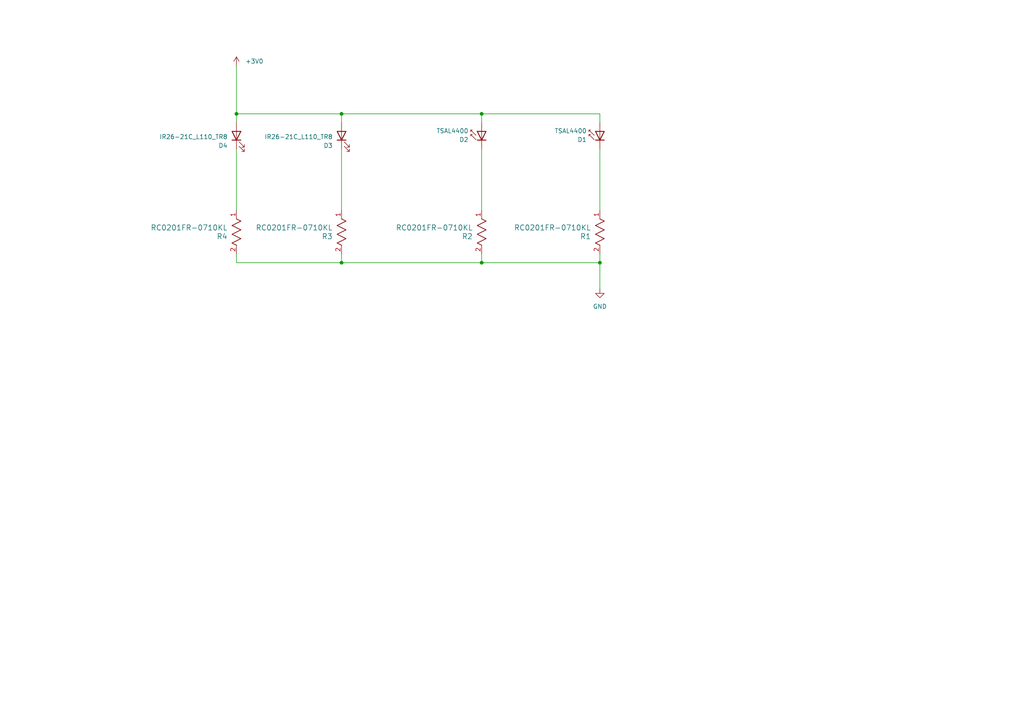
<source format=kicad_sch>
(kicad_sch (version 20230121) (generator eeschema)
  (paper "A4")
  (lib_symbols
    (symbol "2024-11-15_04-36-21:RC0201FR-0710KL" (pin_names (offset 0.254))
      (property "Reference" "R" (at 5.715 3.81 0))
      (property "Value" "RC0201FR-0710KL" (at 6.35 -3.81 0))
      (symbol "RC0201FR-0710KL_1_1"
        (polyline (pts (xy 2.54 0) (xy 3.175 1.27)) (stroke (width 0.2032)))
        (polyline (pts (xy 3.175 1.27) (xy 4.445 -1.27)) (stroke (width 0.2032)))
        (polyline (pts (xy 4.445 -1.27) (xy 5.715 1.27)) (stroke (width 0.2032)))
        (polyline (pts (xy 5.715 1.27) (xy 6.985 -1.27)) (stroke (width 0.2032)))
        (polyline (pts (xy 6.985 -1.27) (xy 8.255 1.27)) (stroke (width 0.2032)))
        (polyline (pts (xy 8.255 1.27) (xy 9.525 -1.27)) (stroke (width 0.2032)))
        (polyline (pts (xy 9.525 -1.27) (xy 10.16 0)) (stroke (width 0.2032)))
        (pin unspecified line (at 0 0 0) (length 2.54) (name "") (number "1"))
        (pin unspecified line (at 12.7 0 180) (length 2.54) (name "") (number "2"))
      )
    )
    (symbol "LED:IR26-21C_L110_TR8" (pin_numbers hide) (pin_names (offset 1.016) hide)
      (property "Reference" "D" (at 0 2.54 0))
      (property "Value" "IR26-21C_L110_TR8" (at 0 -3.81 0))
      (symbol "IR26-21C_L110_TR8_0_1"
        (polyline (pts (xy -1.27 -1.27) (xy -1.27 1.27)) (stroke (width 0.254)))
        (polyline (pts (xy -1.27 0) (xy 1.27 0)))
        (polyline (pts (xy 1.27 -1.27) (xy 1.27 1.27) (xy -1.27 0) (xy 1.27 -1.27)) (stroke (width 0.254)))
        (polyline (pts (xy -3.048 -0.762) (xy -4.572 -2.286) (xy -3.81 -2.286) (xy -4.572 -2.286) (xy -4.572 -1.524)))
        (polyline (pts (xy -1.778 -0.762) (xy -3.302 -2.286) (xy -2.54 -2.286) (xy -3.302 -2.286) (xy -3.302 -1.524)))
      )
      (symbol "IR26-21C_L110_TR8_1_1"
        (pin passive line (at -3.81 0 0) (length 2.54) (name "K") (number "1"))
        (pin passive line (at 3.81 0 180) (length 2.54) (name "A") (number "2"))
      )
    )
    (symbol "LED:TSAL4400" (pin_numbers hide) (pin_names (offset 1.016) hide)
      (property "Reference" "D" (at 0.508 1.778 0))
      (property "Value" "TSAL4400" (at -1.016 -2.794 0))
      (symbol "TSAL4400_0_1"
        (polyline (pts (xy -2.54 1.27) (xy -2.54 -1.27)) (stroke (width 0.254)))
        (polyline (pts (xy 0 0) (xy -2.54 0)))
        (polyline (pts (xy 0.381 3.175) (xy -0.127 3.175)))
        (polyline (pts (xy -1.143 1.651) (xy 0.381 3.175) (xy 0.381 2.667)))
        (polyline (pts (xy 0 1.27) (xy -2.54 0) (xy 0 -1.27) (xy 0 1.27)) (stroke (width 0.254)))
        (polyline (pts (xy -2.413 1.651) (xy -0.889 3.175) (xy -0.889 2.667) (xy -0.889 3.175) (xy -1.397 3.175)))
      )
      (symbol "TSAL4400_1_1"
        (pin passive line (at -5.08 0 0) (length 2.54) (name "K") (number "1"))
        (pin passive line (at 2.54 0 180) (length 2.54) (name "A") (number "2"))
      )
    )
    (symbol "power:+3V0" (power) (pin_names (offset 0))
      (property "Value" "+3V0" (at 0 3.556 0))
      (symbol "+3V0_0_1"
        (polyline (pts (xy -0.762 1.27) (xy 0 2.54)))
        (polyline (pts (xy 0 0) (xy 0 2.54)))
        (polyline (pts (xy 0 2.54) (xy 0.762 1.27)))
      )
      (symbol "+3V0_1_1"
        (pin power_in line (at 0 0 90) (length 0) hide (name "+3V0") (number "1"))
      )
    )
    (symbol "power:GND" (power) (pin_names (offset 0))
      (property "Value" "GND" (at 0 -3.81 0))
      (symbol "GND_0_1"
        (polyline (pts (xy 0 0) (xy 0 -1.27) (xy 1.27 -1.27) (xy 0 -2.54) (xy -1.27 -1.27) (xy 0 -1.27)))
      )
      (symbol "GND_1_1"
        (pin power_in line (at 0 0 270) (length 0) hide (name "GND") (number "1"))
      )
    )
  )
  (junction (at 68.58 33.02))
  (junction (at 139.7 76.2))
  (junction (at 99.06 76.2))
  (junction (at 99.06 33.02))
  (junction (at 139.7 33.02))
  (junction (at 173.99 76.2))
  (wire (pts (xy 99.06 43.18) (xy 99.06 60.96)))
  (wire (pts (xy 173.99 76.2) (xy 173.99 73.66)))
  (wire (pts (xy 68.58 43.18) (xy 68.58 60.96)))
  (wire (pts (xy 173.99 33.02) (xy 173.99 35.56)))
  (wire (pts (xy 99.06 76.2) (xy 139.7 76.2)))
  (wire (pts (xy 139.7 60.96) (xy 139.7 43.18)))
  (wire (pts (xy 173.99 76.2) (xy 173.99 83.82)))
  (wire (pts (xy 68.58 73.66) (xy 68.58 76.2)))
  (wire (pts (xy 139.7 35.56) (xy 139.7 33.02)))
  (wire (pts (xy 99.06 33.02) (xy 139.7 33.02)))
  (wire (pts (xy 139.7 76.2) (xy 139.7 73.66)))
  (wire (pts (xy 139.7 76.2) (xy 173.99 76.2)))
  (wire (pts (xy 68.58 35.56) (xy 68.58 33.02)))
  (wire (pts (xy 99.06 35.56) (xy 99.06 33.02)))
  (wire (pts (xy 139.7 33.02) (xy 173.99 33.02)))
  (wire (pts (xy 173.99 60.96) (xy 173.99 43.18)))
  (wire (pts (xy 99.06 76.2) (xy 99.06 73.66)))
  (wire (pts (xy 68.58 76.2) (xy 99.06 76.2)))
  (wire (pts (xy 68.58 33.02) (xy 99.06 33.02)))
  (wire (pts (xy 68.58 19.05) (xy 68.58 33.02)))
  (symbol (lib_id "2024-11-15_04-36-21:RC0201FR-0710KL") (at 173.99 60.96 270) (unit 1)
    (property "Reference" "R1" (at 171.45 68.58 90) (effects (font (size 1.524 1.524)) (justify right)))
    (property "Value" "RC0201FR-0710KL" (at 171.45 66.04 90) (effects (font (size 1.524 1.524)) (justify right)))
    (property "Footprint" "Resistor_THT:R_Axial_DIN0309_L9.0mm_D3.2mm_P5.08mm_Vertical" (effects hide))
    (property "Datasheet" "RC0201FR-0710KL" (effects hide))
  )
  (symbol (lib_id "2024-11-15_04-36-21:RC0201FR-0710KL") (at 68.58 60.96 270) (unit 1)
    (property "Reference" "R4" (at 66.04 68.58 90) (effects (font (size 1.524 1.524)) (justify right)))
    (property "Value" "RC0201FR-0710KL" (at 66.04 66.04 90) (effects (font (size 1.524 1.524)) (justify right)))
    (property "Footprint" "Resistor_THT:R_Axial_DIN0309_L9.0mm_D3.2mm_P5.08mm_Vertical" (effects hide))
    (property "Datasheet" "RC0201FR-0710KL" (effects hide))
  )
  (symbol (lib_id "LED:IR26-21C_L110_TR8") (at 68.58 39.37 90) (unit 1)
    (property "Reference" "D4" (at 66.04 42.2275 90) (effects (justify left)))
    (property "Value" "IR26-21C_L110_TR8" (at 66.04 39.6875 90) (effects (justify left)))
    (property "Footprint" "LED_SMD:LED_0201_0603Metric" (effects hide))
    (property "Datasheet" "http://www.everlight.com/file/ProductFile/IR26-21C-L110-TR8.pdf" (effects hide))
  )
  (symbol (lib_id "power:GND") (at 173.99 83.82 0) (unit 1)
    (property "Reference" "#PWR02" (effects hide))
    (property "Value" "GND" (at 173.99 88.9 0))
  )
  (symbol (lib_id "LED:IR26-21C_L110_TR8") (at 99.06 39.37 90) (unit 1)
    (property "Reference" "D3" (at 96.52 42.2275 90) (effects (justify left)))
    (property "Value" "IR26-21C_L110_TR8" (at 96.52 39.6875 90) (effects (justify left)))
    (property "Footprint" "LED_SMD:LED_0201_0603Metric" (effects hide))
    (property "Datasheet" "http://www.everlight.com/file/ProductFile/IR26-21C-L110-TR8.pdf" (effects hide))
  )
  (symbol (lib_id "2024-11-15_04-36-21:RC0201FR-0710KL") (at 139.7 60.96 270) (unit 1)
    (property "Reference" "R2" (at 137.16 68.58 90) (effects (font (size 1.524 1.524)) (justify right)))
    (property "Value" "RC0201FR-0710KL" (at 137.16 66.04 90) (effects (font (size 1.524 1.524)) (justify right)))
    (property "Footprint" "Resistor_THT:R_Axial_DIN0309_L9.0mm_D3.2mm_P5.08mm_Vertical" (effects hide))
    (property "Datasheet" "RC0201FR-0710KL" (effects hide))
  )
  (symbol (lib_id "LED:TSAL4400") (at 139.7 38.1 90) (unit 1)
    (property "Reference" "D2" (at 135.89 40.513 90) (effects (justify left)))
    (property "Value" "TSAL4400" (at 135.89 37.973 90) (effects (justify left)))
    (property "Footprint" "LED_THT:LED_D3.0mm_IRBlack" (effects hide))
    (property "Datasheet" "http://www.vishay.com/docs/81006/tsal4400.pdf" (effects hide))
  )
  (symbol (lib_id "LED:TSAL4400") (at 173.99 38.1 90) (unit 1)
    (property "Reference" "D1" (at 170.18 40.513 90) (effects (justify left)))
    (property "Value" "TSAL4400" (at 170.18 37.973 90) (effects (justify left)))
    (property "Footprint" "LED_THT:LED_D3.0mm_IRBlack" (effects hide))
    (property "Datasheet" "http://www.vishay.com/docs/81006/tsal4400.pdf" (effects hide))
  )
  (symbol (lib_id "power:+3V0") (at 68.58 19.05 0) (unit 1)
    (property "Reference" "#PWR01" (effects hide))
    (property "Value" "+3V0" (at 71.12 17.78 0) (effects (justify left)))
  )
  (symbol (lib_id "2024-11-15_04-36-21:RC0201FR-0710KL") (at 99.06 60.96 270) (unit 1)
    (property "Reference" "R3" (at 96.52 68.58 90) (effects (font (size 1.524 1.524)) (justify right)))
    (property "Value" "RC0201FR-0710KL" (at 96.52 66.04 90) (effects (font (size 1.524 1.524)) (justify right)))
    (property "Footprint" "Resistor_THT:R_Axial_DIN0309_L9.0mm_D3.2mm_P5.08mm_Vertical" (effects hide))
    (property "Datasheet" "RC0201FR-0710KL" (effects hide))
  )
)
</source>
